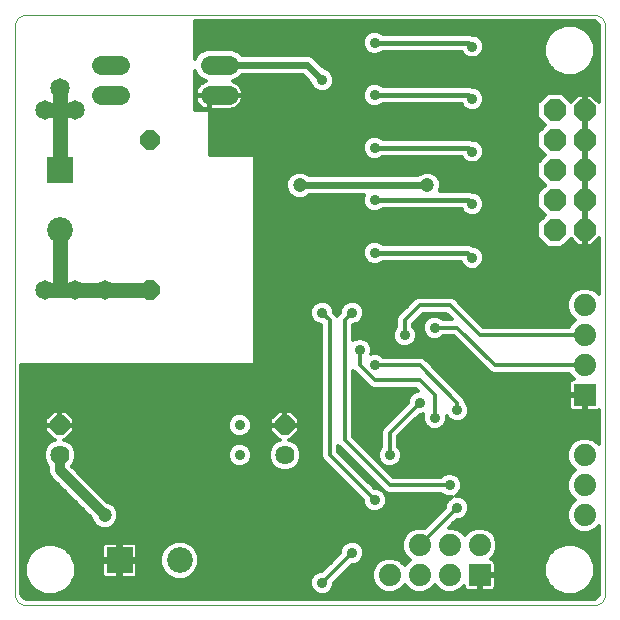
<source format=gbl>
G75*
G70*
%OFA0B0*%
%FSLAX24Y24*%
%IPPOS*%
%LPD*%
%AMOC8*
5,1,8,0,0,1.08239X$1,22.5*
%
%ADD10C,0.0000*%
%ADD11R,0.0740X0.0740*%
%ADD12C,0.0740*%
%ADD13C,0.0640*%
%ADD14R,0.0860X0.0860*%
%ADD15C,0.0860*%
%ADD16OC8,0.0640*%
%ADD17OC8,0.0720*%
%ADD18C,0.0640*%
%ADD19C,0.0120*%
%ADD20C,0.0356*%
%ADD21C,0.0160*%
%ADD22C,0.0650*%
%ADD23C,0.0500*%
%ADD24C,0.0472*%
%ADD25C,0.0320*%
%ADD26C,0.0240*%
D10*
X000160Y000554D02*
X000160Y019451D01*
X000162Y019490D01*
X000168Y019528D01*
X000177Y019565D01*
X000190Y019602D01*
X000207Y019637D01*
X000226Y019670D01*
X000249Y019701D01*
X000275Y019730D01*
X000304Y019756D01*
X000335Y019779D01*
X000368Y019798D01*
X000403Y019815D01*
X000440Y019828D01*
X000477Y019837D01*
X000515Y019843D01*
X000554Y019845D01*
X019451Y019845D01*
X019490Y019843D01*
X019528Y019837D01*
X019565Y019828D01*
X019602Y019815D01*
X019637Y019798D01*
X019670Y019779D01*
X019701Y019756D01*
X019730Y019730D01*
X019756Y019701D01*
X019779Y019670D01*
X019798Y019637D01*
X019815Y019602D01*
X019828Y019565D01*
X019837Y019528D01*
X019843Y019490D01*
X019845Y019451D01*
X019845Y000554D01*
X019843Y000515D01*
X019837Y000477D01*
X019828Y000440D01*
X019815Y000403D01*
X019798Y000368D01*
X019779Y000335D01*
X019756Y000304D01*
X019730Y000275D01*
X019701Y000249D01*
X019670Y000226D01*
X019637Y000207D01*
X019602Y000190D01*
X019565Y000177D01*
X019528Y000168D01*
X019490Y000162D01*
X019451Y000160D01*
X000554Y000160D01*
X000515Y000162D01*
X000477Y000168D01*
X000440Y000177D01*
X000403Y000190D01*
X000368Y000207D01*
X000335Y000226D01*
X000304Y000249D01*
X000275Y000275D01*
X000249Y000304D01*
X000226Y000335D01*
X000207Y000368D01*
X000190Y000403D01*
X000177Y000440D01*
X000168Y000477D01*
X000162Y000515D01*
X000160Y000554D01*
D11*
X015660Y001160D03*
X019160Y007160D03*
D12*
X019160Y008160D03*
X019160Y009160D03*
X019160Y010160D03*
X019160Y005160D03*
X019160Y004160D03*
X019160Y003160D03*
X015660Y002160D03*
X014660Y002160D03*
X014660Y001160D03*
X013660Y001160D03*
X013660Y002160D03*
X012660Y001160D03*
D13*
X007300Y017160D02*
X006660Y017160D01*
X006660Y018160D02*
X007300Y018160D01*
X003660Y018160D02*
X003020Y018160D01*
X003020Y017160D02*
X003660Y017160D01*
D14*
X001660Y014660D03*
X003660Y001660D03*
D15*
X005660Y001660D03*
X001660Y012660D03*
D16*
X004660Y010660D03*
X001660Y006160D03*
X009160Y006160D03*
X004660Y015660D03*
D17*
X018160Y015660D03*
X018160Y014660D03*
X018160Y013660D03*
X018160Y012660D03*
X019160Y012660D03*
X019160Y013660D03*
X019160Y014660D03*
X019160Y015660D03*
X019160Y016660D03*
X018160Y016660D03*
D18*
X009160Y005160D03*
X001660Y005160D03*
D19*
X001280Y004776D02*
X001280Y004584D01*
X001338Y004445D01*
X001445Y004338D01*
X002704Y003079D01*
X002704Y003069D01*
X002773Y002902D01*
X002902Y002773D01*
X003069Y002704D01*
X003251Y002704D01*
X003418Y002773D01*
X003547Y002902D01*
X003616Y003069D01*
X003616Y003251D01*
X003547Y003418D01*
X003418Y003547D01*
X003251Y003616D01*
X003241Y003616D01*
X002061Y004797D01*
X002118Y004854D01*
X002200Y005053D01*
X002200Y005267D01*
X002118Y005466D01*
X001966Y005618D01*
X001816Y005680D01*
X001859Y005680D01*
X002140Y005961D01*
X002140Y006140D01*
X001680Y006140D01*
X001680Y006180D01*
X001640Y006180D01*
X001640Y006640D01*
X001461Y006640D01*
X001180Y006359D01*
X001180Y006180D01*
X001640Y006180D01*
X001640Y006140D01*
X001180Y006140D01*
X001180Y005961D01*
X001461Y005680D01*
X001504Y005680D01*
X001354Y005618D01*
X001202Y005466D01*
X001120Y005267D01*
X001120Y005053D01*
X001202Y004854D01*
X001280Y004776D01*
X001275Y004782D02*
X000380Y004782D01*
X000380Y004900D02*
X001183Y004900D01*
X001134Y005019D02*
X000380Y005019D01*
X000380Y005137D02*
X001120Y005137D01*
X001120Y005256D02*
X000380Y005256D01*
X000380Y005374D02*
X001164Y005374D01*
X001229Y005493D02*
X000380Y005493D01*
X000380Y005611D02*
X001347Y005611D01*
X001412Y005730D02*
X000380Y005730D01*
X000380Y005848D02*
X001293Y005848D01*
X001180Y005967D02*
X000380Y005967D01*
X000380Y006085D02*
X001180Y006085D01*
X001180Y006204D02*
X000380Y006204D01*
X000380Y006322D02*
X001180Y006322D01*
X001262Y006441D02*
X000380Y006441D01*
X000380Y006559D02*
X001380Y006559D01*
X001640Y006559D02*
X001680Y006559D01*
X001680Y006640D02*
X001680Y006180D01*
X002140Y006180D01*
X002140Y006359D01*
X001859Y006640D01*
X001680Y006640D01*
X001680Y006441D02*
X001640Y006441D01*
X001640Y006322D02*
X001680Y006322D01*
X001680Y006204D02*
X001640Y006204D01*
X001940Y006559D02*
X008880Y006559D01*
X008961Y006640D02*
X008680Y006359D01*
X008680Y006180D01*
X009140Y006180D01*
X009140Y006640D01*
X008961Y006640D01*
X009140Y006559D02*
X009180Y006559D01*
X009180Y006640D02*
X009180Y006180D01*
X009140Y006180D01*
X009140Y006140D01*
X008680Y006140D01*
X008680Y005961D01*
X008961Y005680D01*
X009004Y005680D01*
X008854Y005618D01*
X008702Y005466D01*
X008620Y005267D01*
X008620Y005053D01*
X008702Y004854D01*
X008854Y004702D01*
X009053Y004620D01*
X009267Y004620D01*
X009466Y004702D01*
X009618Y004854D01*
X009700Y005053D01*
X009700Y005267D01*
X009618Y005466D01*
X009466Y005618D01*
X009316Y005680D01*
X009359Y005680D01*
X009640Y005961D01*
X009640Y006140D01*
X009180Y006140D01*
X009180Y006180D01*
X009640Y006180D01*
X009640Y006359D01*
X009359Y006640D01*
X009180Y006640D01*
X009180Y006441D02*
X009140Y006441D01*
X009140Y006322D02*
X009180Y006322D01*
X009180Y006204D02*
X009140Y006204D01*
X008762Y006441D02*
X007942Y006441D01*
X007998Y006386D02*
X007886Y006498D01*
X007739Y006558D01*
X007581Y006558D01*
X007434Y006498D01*
X007322Y006386D01*
X007262Y006239D01*
X007262Y006081D01*
X007322Y005934D01*
X007434Y005822D01*
X007581Y005762D01*
X007739Y005762D01*
X007886Y005822D01*
X007998Y005934D01*
X008058Y006081D01*
X008058Y006239D01*
X007998Y006386D01*
X008024Y006322D02*
X008680Y006322D01*
X008680Y006204D02*
X008058Y006204D01*
X008058Y006085D02*
X008680Y006085D01*
X008680Y005967D02*
X008011Y005967D01*
X007911Y005848D02*
X008793Y005848D01*
X008912Y005730D02*
X001908Y005730D01*
X001973Y005611D02*
X008847Y005611D01*
X008729Y005493D02*
X007890Y005493D01*
X007886Y005498D02*
X007739Y005558D01*
X007581Y005558D01*
X007434Y005498D01*
X007322Y005386D01*
X007262Y005239D01*
X007262Y005081D01*
X007322Y004934D01*
X007434Y004822D01*
X007581Y004762D01*
X007739Y004762D01*
X007886Y004822D01*
X007998Y004934D01*
X008058Y005081D01*
X008058Y005239D01*
X007998Y005386D01*
X007886Y005498D01*
X008002Y005374D02*
X008664Y005374D01*
X008620Y005256D02*
X008051Y005256D01*
X008058Y005137D02*
X008620Y005137D01*
X008634Y005019D02*
X008032Y005019D01*
X007963Y004900D02*
X008683Y004900D01*
X008775Y004782D02*
X007787Y004782D01*
X007533Y004782D02*
X002076Y004782D01*
X002137Y004900D02*
X007357Y004900D01*
X007288Y005019D02*
X002186Y005019D01*
X002200Y005137D02*
X007262Y005137D01*
X007269Y005256D02*
X002200Y005256D01*
X002156Y005374D02*
X007318Y005374D01*
X007429Y005493D02*
X002091Y005493D01*
X002027Y005848D02*
X007409Y005848D01*
X007309Y005967D02*
X002140Y005967D01*
X002140Y006085D02*
X007262Y006085D01*
X007262Y006204D02*
X002140Y006204D01*
X002140Y006322D02*
X007296Y006322D01*
X007378Y006441D02*
X002058Y006441D01*
X000380Y006678D02*
X010380Y006678D01*
X010380Y006796D02*
X000380Y006796D01*
X000380Y006915D02*
X010380Y006915D01*
X010380Y007033D02*
X000380Y007033D01*
X000380Y007152D02*
X010380Y007152D01*
X010380Y007270D02*
X000380Y007270D01*
X000380Y007389D02*
X010380Y007389D01*
X010380Y007507D02*
X000380Y007507D01*
X000380Y007626D02*
X010380Y007626D01*
X010380Y007744D02*
X000380Y007744D01*
X000380Y007863D02*
X010380Y007863D01*
X010380Y007981D02*
X000380Y007981D01*
X000380Y008100D02*
X010380Y008100D01*
X010380Y008218D02*
X008160Y008218D01*
X008160Y008160D02*
X008160Y015160D01*
X006660Y015160D01*
X006660Y016660D01*
X006160Y016660D01*
X006160Y017956D01*
X006202Y017854D01*
X006354Y017702D01*
X006539Y017625D01*
X006476Y017605D01*
X006408Y017571D01*
X006347Y017526D01*
X006294Y017473D01*
X006249Y017412D01*
X006215Y017344D01*
X006192Y017272D01*
X006180Y017198D01*
X006180Y017180D01*
X006640Y017180D01*
X006640Y017140D01*
X006680Y017140D01*
X006680Y017180D01*
X007780Y017180D01*
X007780Y017198D01*
X007768Y017272D01*
X007745Y017344D01*
X007711Y017412D01*
X007666Y017473D01*
X007613Y017526D01*
X007552Y017571D01*
X007484Y017605D01*
X007421Y017625D01*
X007606Y017702D01*
X007724Y017820D01*
X009769Y017820D01*
X010014Y017575D01*
X010072Y017434D01*
X010184Y017322D01*
X010331Y017262D01*
X010489Y017262D01*
X010636Y017322D01*
X010748Y017434D01*
X010808Y017581D01*
X010808Y017739D01*
X010748Y017886D01*
X010636Y017998D01*
X010495Y018056D01*
X010103Y018448D01*
X009978Y018500D01*
X007724Y018500D01*
X007606Y018618D01*
X007407Y018700D01*
X006553Y018700D01*
X006354Y018618D01*
X006202Y018466D01*
X006160Y018364D01*
X006160Y019625D01*
X019451Y019625D01*
X019485Y019622D01*
X019548Y019596D01*
X019596Y019548D01*
X019622Y019485D01*
X019625Y019451D01*
X019625Y016930D01*
X019375Y017180D01*
X019200Y017180D01*
X019200Y016700D01*
X019120Y016700D01*
X019120Y017180D01*
X018945Y017180D01*
X018702Y016938D01*
X018400Y017240D01*
X017920Y017240D01*
X017580Y016900D01*
X017580Y016420D01*
X017840Y016160D01*
X017580Y015900D01*
X017580Y015420D01*
X017840Y015160D01*
X017580Y014900D01*
X017580Y014420D01*
X017840Y014160D01*
X017580Y013900D01*
X017580Y013420D01*
X017840Y013160D01*
X017580Y012900D01*
X017580Y012420D01*
X017920Y012080D01*
X018400Y012080D01*
X018702Y012382D01*
X018945Y012140D01*
X019120Y012140D01*
X019120Y012620D01*
X019200Y012620D01*
X019200Y012140D01*
X019375Y012140D01*
X019625Y012390D01*
X019625Y010529D01*
X019494Y010660D01*
X019277Y010750D01*
X019043Y010750D01*
X018826Y010660D01*
X018660Y010494D01*
X018570Y010277D01*
X018570Y010043D01*
X018660Y009826D01*
X018826Y009660D01*
X018660Y009494D01*
X018637Y009440D01*
X015776Y009440D01*
X014819Y010397D01*
X014716Y010440D01*
X013604Y010440D01*
X013501Y010397D01*
X013423Y010319D01*
X012923Y009819D01*
X012880Y009716D01*
X012880Y009443D01*
X012822Y009386D01*
X012762Y009239D01*
X012762Y009081D01*
X012822Y008934D01*
X012934Y008822D01*
X013081Y008762D01*
X013239Y008762D01*
X013386Y008822D01*
X013498Y008934D01*
X013558Y009081D01*
X013558Y009239D01*
X013498Y009386D01*
X013440Y009443D01*
X013440Y009544D01*
X013776Y009880D01*
X014544Y009880D01*
X014734Y009690D01*
X014443Y009690D01*
X014386Y009748D01*
X014239Y009808D01*
X014081Y009808D01*
X013934Y009748D01*
X013822Y009636D01*
X013762Y009489D01*
X013762Y009331D01*
X013822Y009184D01*
X013934Y009072D01*
X014081Y009012D01*
X014239Y009012D01*
X014386Y009072D01*
X014443Y009130D01*
X014794Y009130D01*
X015923Y008001D01*
X016001Y007923D01*
X016104Y007880D01*
X018637Y007880D01*
X018660Y007826D01*
X018796Y007690D01*
X018769Y007690D01*
X018728Y007679D01*
X018692Y007658D01*
X018662Y007628D01*
X018641Y007592D01*
X018630Y007551D01*
X018630Y007200D01*
X019120Y007200D01*
X019120Y007120D01*
X019200Y007120D01*
X019200Y006630D01*
X019551Y006630D01*
X019592Y006641D01*
X019625Y006660D01*
X019625Y005529D01*
X019494Y005660D01*
X019277Y005750D01*
X019043Y005750D01*
X018826Y005660D01*
X018660Y005494D01*
X018570Y005277D01*
X018570Y005043D01*
X018660Y004826D01*
X018826Y004660D01*
X018660Y004494D01*
X018570Y004277D01*
X018570Y004043D01*
X018660Y003826D01*
X018826Y003660D01*
X018660Y003494D01*
X018570Y003277D01*
X018570Y003043D01*
X018660Y002826D01*
X018826Y002660D01*
X019043Y002570D01*
X019277Y002570D01*
X019494Y002660D01*
X019625Y002791D01*
X019625Y000554D01*
X019622Y000520D01*
X019596Y000457D01*
X019548Y000409D01*
X019485Y000383D01*
X019451Y000380D01*
X000554Y000380D01*
X000520Y000383D01*
X000457Y000409D01*
X000409Y000457D01*
X000383Y000520D01*
X000380Y000554D01*
X000380Y008160D01*
X008160Y008160D01*
X008160Y008337D02*
X010380Y008337D01*
X010380Y008455D02*
X008160Y008455D01*
X008160Y008574D02*
X010380Y008574D01*
X010380Y008692D02*
X008160Y008692D01*
X008160Y008811D02*
X010380Y008811D01*
X010380Y008929D02*
X008160Y008929D01*
X008160Y009048D02*
X010380Y009048D01*
X010380Y009166D02*
X008160Y009166D01*
X008160Y009285D02*
X010380Y009285D01*
X010380Y009403D02*
X008160Y009403D01*
X008160Y009522D02*
X010308Y009522D01*
X010331Y009512D02*
X010380Y009512D01*
X010380Y005104D01*
X010423Y005001D01*
X010501Y004923D01*
X011762Y003662D01*
X011762Y003581D01*
X011822Y003434D01*
X011934Y003322D01*
X012081Y003262D01*
X012239Y003262D01*
X012386Y003322D01*
X012498Y003434D01*
X012558Y003581D01*
X012558Y003739D01*
X012498Y003886D01*
X012386Y003998D01*
X012239Y004058D01*
X012158Y004058D01*
X010940Y005276D01*
X010940Y005484D01*
X011001Y005423D01*
X012501Y003923D01*
X012604Y003880D01*
X014377Y003880D01*
X014434Y003822D01*
X014581Y003762D01*
X014719Y003762D01*
X014684Y003748D01*
X014572Y003636D01*
X014512Y003489D01*
X014512Y003408D01*
X013832Y002728D01*
X013777Y002750D01*
X013543Y002750D01*
X013326Y002660D01*
X013160Y002494D01*
X013070Y002277D01*
X013070Y002043D01*
X013160Y001826D01*
X013326Y001660D01*
X013160Y001494D01*
X012994Y001660D01*
X012777Y001750D01*
X012543Y001750D01*
X012326Y001660D01*
X012160Y001494D01*
X012070Y001277D01*
X012070Y001043D01*
X012160Y000826D01*
X012326Y000660D01*
X012543Y000570D01*
X012777Y000570D01*
X012994Y000660D01*
X013160Y000826D01*
X013326Y000660D01*
X013543Y000570D01*
X013777Y000570D01*
X013994Y000660D01*
X014160Y000826D01*
X014326Y000660D01*
X014543Y000570D01*
X014777Y000570D01*
X014994Y000660D01*
X015130Y000796D01*
X015130Y000769D01*
X015141Y000728D01*
X015162Y000692D01*
X015192Y000662D01*
X015228Y000641D01*
X015269Y000630D01*
X015620Y000630D01*
X015620Y001120D01*
X015700Y001120D01*
X015700Y001200D01*
X016190Y001200D01*
X016190Y001551D01*
X016179Y001592D01*
X016158Y001628D01*
X016128Y001658D01*
X016092Y001679D01*
X016051Y001690D01*
X016024Y001690D01*
X016160Y001826D01*
X016250Y002043D01*
X016250Y002277D01*
X016160Y002494D01*
X015994Y002660D01*
X015777Y002750D01*
X015543Y002750D01*
X015326Y002660D01*
X015160Y002494D01*
X014994Y002660D01*
X014777Y002750D01*
X014646Y002750D01*
X014908Y003012D01*
X014989Y003012D01*
X015136Y003072D01*
X015248Y003184D01*
X015308Y003331D01*
X015308Y003489D01*
X015248Y003636D01*
X015136Y003748D01*
X014989Y003808D01*
X014851Y003808D01*
X014886Y003822D01*
X014998Y003934D01*
X015058Y004081D01*
X015058Y004239D01*
X014998Y004386D01*
X014886Y004498D01*
X014739Y004558D01*
X014581Y004558D01*
X014434Y004498D01*
X014377Y004440D01*
X012776Y004440D01*
X011440Y005776D01*
X011440Y007984D01*
X011501Y007923D01*
X012001Y007423D01*
X012104Y007380D01*
X013544Y007380D01*
X013616Y007308D01*
X013581Y007308D01*
X013434Y007248D01*
X013322Y007136D01*
X013262Y006989D01*
X013262Y006908D01*
X012501Y006147D01*
X012423Y006069D01*
X012380Y005966D01*
X012380Y005443D01*
X012322Y005386D01*
X012262Y005239D01*
X012262Y005081D01*
X012322Y004934D01*
X012434Y004822D01*
X012581Y004762D01*
X012739Y004762D01*
X012886Y004822D01*
X012998Y004934D01*
X013058Y005081D01*
X013058Y005239D01*
X012998Y005386D01*
X012940Y005443D01*
X012940Y005794D01*
X013658Y006512D01*
X013739Y006512D01*
X013778Y006528D01*
X013762Y006489D01*
X013762Y006331D01*
X013822Y006184D01*
X013934Y006072D01*
X014081Y006012D01*
X014239Y006012D01*
X014386Y006072D01*
X014498Y006184D01*
X014558Y006331D01*
X014558Y006469D01*
X014572Y006434D01*
X014684Y006322D01*
X014831Y006262D01*
X014989Y006262D01*
X015136Y006322D01*
X015248Y006434D01*
X015308Y006581D01*
X015308Y006739D01*
X015248Y006886D01*
X015190Y006943D01*
X015190Y006966D01*
X015147Y007069D01*
X013897Y008319D01*
X013819Y008397D01*
X013716Y008440D01*
X012443Y008440D01*
X012386Y008498D01*
X012239Y008558D01*
X012081Y008558D01*
X012042Y008542D01*
X012058Y008581D01*
X012058Y008739D01*
X011998Y008886D01*
X011886Y008998D01*
X011739Y009058D01*
X011581Y009058D01*
X011440Y009000D01*
X011440Y009512D01*
X011489Y009512D01*
X011636Y009572D01*
X011748Y009684D01*
X011808Y009831D01*
X011808Y009989D01*
X011748Y010136D01*
X011636Y010248D01*
X011489Y010308D01*
X011331Y010308D01*
X011184Y010248D01*
X011072Y010136D01*
X011012Y009989D01*
X011012Y009908D01*
X010923Y009819D01*
X010910Y009788D01*
X010897Y009819D01*
X010808Y009908D01*
X010808Y009989D01*
X010748Y010136D01*
X010636Y010248D01*
X010489Y010308D01*
X010331Y010308D01*
X010184Y010248D01*
X010072Y010136D01*
X010012Y009989D01*
X010012Y009831D01*
X010072Y009684D01*
X010184Y009572D01*
X010331Y009512D01*
X010117Y009640D02*
X008160Y009640D01*
X008160Y009759D02*
X010042Y009759D01*
X010012Y009877D02*
X008160Y009877D01*
X008160Y009996D02*
X010015Y009996D01*
X010064Y010114D02*
X008160Y010114D01*
X008160Y010233D02*
X010170Y010233D01*
X010410Y009910D02*
X010660Y009660D01*
X010660Y005160D01*
X012160Y003660D01*
X011804Y003478D02*
X003487Y003478D01*
X003571Y003360D02*
X011897Y003360D01*
X011762Y003597D02*
X003298Y003597D01*
X003142Y003715D02*
X011709Y003715D01*
X011591Y003834D02*
X003024Y003834D01*
X002905Y003952D02*
X011472Y003952D01*
X011354Y004071D02*
X002787Y004071D01*
X002668Y004189D02*
X011235Y004189D01*
X011117Y004308D02*
X002550Y004308D01*
X002431Y004426D02*
X010998Y004426D01*
X010880Y004545D02*
X002313Y004545D01*
X002194Y004663D02*
X008949Y004663D01*
X009371Y004663D02*
X010761Y004663D01*
X010643Y004782D02*
X009545Y004782D01*
X009637Y004900D02*
X010524Y004900D01*
X010416Y005019D02*
X009686Y005019D01*
X009700Y005137D02*
X010380Y005137D01*
X010380Y005256D02*
X009700Y005256D01*
X009656Y005374D02*
X010380Y005374D01*
X010380Y005493D02*
X009591Y005493D01*
X009473Y005611D02*
X010380Y005611D01*
X010380Y005730D02*
X009408Y005730D01*
X009527Y005848D02*
X010380Y005848D01*
X010380Y005967D02*
X009640Y005967D01*
X009640Y006085D02*
X010380Y006085D01*
X010380Y006204D02*
X009640Y006204D01*
X009640Y006322D02*
X010380Y006322D01*
X010380Y006441D02*
X009558Y006441D01*
X009440Y006559D02*
X010380Y006559D01*
X011160Y005660D02*
X011160Y009660D01*
X011410Y009910D01*
X011778Y009759D02*
X012898Y009759D01*
X012880Y009640D02*
X011703Y009640D01*
X011512Y009522D02*
X012880Y009522D01*
X012840Y009403D02*
X011440Y009403D01*
X011440Y009285D02*
X012781Y009285D01*
X012762Y009166D02*
X011440Y009166D01*
X011440Y009048D02*
X011555Y009048D01*
X011765Y009048D02*
X012776Y009048D01*
X012828Y008929D02*
X011954Y008929D01*
X012029Y008811D02*
X012963Y008811D01*
X013357Y008811D02*
X015114Y008811D01*
X015232Y008692D02*
X012058Y008692D01*
X012055Y008574D02*
X015351Y008574D01*
X015469Y008455D02*
X012428Y008455D01*
X012160Y008160D02*
X013660Y008160D01*
X014910Y006910D01*
X014910Y006660D01*
X015162Y007033D02*
X018630Y007033D01*
X018630Y007120D02*
X018630Y006769D01*
X018641Y006728D01*
X018662Y006692D01*
X018692Y006662D01*
X018728Y006641D01*
X018769Y006630D01*
X019120Y006630D01*
X019120Y007120D01*
X018630Y007120D01*
X018630Y007270D02*
X014946Y007270D01*
X015064Y007152D02*
X019120Y007152D01*
X019120Y007033D02*
X019200Y007033D01*
X019200Y006915D02*
X019120Y006915D01*
X019120Y006796D02*
X019200Y006796D01*
X019200Y006678D02*
X019120Y006678D01*
X018676Y006678D02*
X015308Y006678D01*
X015299Y006559D02*
X019625Y006559D01*
X019625Y006441D02*
X015250Y006441D01*
X015134Y006322D02*
X019625Y006322D01*
X019625Y006204D02*
X014505Y006204D01*
X014554Y006322D02*
X014686Y006322D01*
X014570Y006441D02*
X014558Y006441D01*
X014398Y006085D02*
X019625Y006085D01*
X019625Y005967D02*
X013112Y005967D01*
X012994Y005848D02*
X019625Y005848D01*
X019625Y005730D02*
X019327Y005730D01*
X019543Y005611D02*
X019625Y005611D01*
X018993Y005730D02*
X012940Y005730D01*
X012940Y005611D02*
X018777Y005611D01*
X018659Y005493D02*
X012940Y005493D01*
X013002Y005374D02*
X018610Y005374D01*
X018570Y005256D02*
X013051Y005256D01*
X013058Y005137D02*
X018570Y005137D01*
X018580Y005019D02*
X013032Y005019D01*
X012963Y004900D02*
X018629Y004900D01*
X018704Y004782D02*
X012787Y004782D01*
X012533Y004782D02*
X012434Y004782D01*
X012357Y004900D02*
X012316Y004900D01*
X012288Y005019D02*
X012197Y005019D01*
X012262Y005137D02*
X012079Y005137D01*
X011960Y005256D02*
X012269Y005256D01*
X012318Y005374D02*
X011842Y005374D01*
X011723Y005493D02*
X012380Y005493D01*
X012380Y005611D02*
X011605Y005611D01*
X011486Y005730D02*
X012380Y005730D01*
X012380Y005848D02*
X011440Y005848D01*
X011440Y005967D02*
X012380Y005967D01*
X012439Y006085D02*
X011440Y006085D01*
X011440Y006204D02*
X012558Y006204D01*
X012676Y006322D02*
X011440Y006322D01*
X011440Y006441D02*
X012795Y006441D01*
X012913Y006559D02*
X011440Y006559D01*
X011440Y006678D02*
X013032Y006678D01*
X013150Y006796D02*
X011440Y006796D01*
X011440Y006915D02*
X013262Y006915D01*
X013280Y007033D02*
X011440Y007033D01*
X011440Y007152D02*
X013339Y007152D01*
X013489Y007270D02*
X011440Y007270D01*
X011440Y007389D02*
X012084Y007389D01*
X011917Y007507D02*
X011440Y007507D01*
X011440Y007626D02*
X011799Y007626D01*
X011680Y007744D02*
X011440Y007744D01*
X011440Y007863D02*
X011562Y007863D01*
X011443Y007981D02*
X011440Y007981D01*
X011660Y008160D02*
X011660Y008660D01*
X011660Y008160D02*
X012160Y007660D01*
X013660Y007660D01*
X014160Y007160D01*
X014160Y006410D01*
X013815Y006204D02*
X013349Y006204D01*
X013231Y006085D02*
X013922Y006085D01*
X013766Y006322D02*
X013468Y006322D01*
X013586Y006441D02*
X013762Y006441D01*
X013660Y006910D02*
X012660Y005910D01*
X012660Y005160D01*
X012553Y004663D02*
X018823Y004663D01*
X018710Y004545D02*
X014772Y004545D01*
X014957Y004426D02*
X018632Y004426D01*
X018582Y004308D02*
X015030Y004308D01*
X015058Y004189D02*
X018570Y004189D01*
X018570Y004071D02*
X015054Y004071D01*
X015005Y003952D02*
X018608Y003952D01*
X018657Y003834D02*
X014897Y003834D01*
X014652Y003715D02*
X012558Y003715D01*
X012558Y003597D02*
X014556Y003597D01*
X014512Y003478D02*
X012516Y003478D01*
X012423Y003360D02*
X014464Y003360D01*
X014345Y003241D02*
X003616Y003241D01*
X003616Y003123D02*
X014227Y003123D01*
X014108Y003004D02*
X003589Y003004D01*
X003531Y002886D02*
X013990Y002886D01*
X013871Y002767D02*
X003403Y002767D01*
X003209Y002250D02*
X003168Y002239D01*
X003132Y002218D01*
X003102Y002188D01*
X003081Y002152D01*
X003070Y002111D01*
X003070Y001708D01*
X003612Y001708D01*
X003612Y002250D01*
X003209Y002250D01*
X003094Y002175D02*
X001550Y002175D01*
X001510Y002191D02*
X001172Y002191D01*
X000860Y002062D01*
X000621Y001823D01*
X000491Y001510D01*
X000491Y001172D01*
X000621Y000860D01*
X000860Y000621D01*
X001172Y000491D01*
X001510Y000491D01*
X001823Y000621D01*
X002062Y000860D01*
X002191Y001172D01*
X002191Y001510D01*
X002062Y001823D01*
X001823Y002062D01*
X001510Y002191D01*
X001828Y002056D02*
X003070Y002056D01*
X003070Y001938D02*
X001947Y001938D01*
X002063Y001819D02*
X003070Y001819D01*
X003070Y001612D02*
X003070Y001209D01*
X003081Y001168D01*
X003102Y001132D01*
X003132Y001102D01*
X003168Y001081D01*
X003209Y001070D01*
X003612Y001070D01*
X003612Y001612D01*
X003708Y001612D01*
X003708Y001708D01*
X003612Y001708D01*
X003612Y001612D01*
X003070Y001612D01*
X003070Y001582D02*
X002161Y001582D01*
X002191Y001464D02*
X003070Y001464D01*
X003070Y001345D02*
X002191Y001345D01*
X002191Y001227D02*
X003070Y001227D01*
X003126Y001108D02*
X002164Y001108D01*
X002115Y000990D02*
X010012Y000990D01*
X010012Y000989D02*
X010012Y000831D01*
X010072Y000684D01*
X010184Y000572D01*
X010331Y000512D01*
X010489Y000512D01*
X010636Y000572D01*
X010748Y000684D01*
X010808Y000831D01*
X010808Y000912D01*
X011408Y001512D01*
X011489Y001512D01*
X011636Y001572D01*
X011748Y001684D01*
X011808Y001831D01*
X011808Y001989D01*
X011748Y002136D01*
X011636Y002248D01*
X011489Y002308D01*
X011331Y002308D01*
X011184Y002248D01*
X011072Y002136D01*
X011012Y001989D01*
X011012Y001908D01*
X010412Y001308D01*
X010331Y001308D01*
X010184Y001248D01*
X010072Y001136D01*
X010012Y000989D01*
X010012Y000871D02*
X002066Y000871D01*
X001954Y000753D02*
X010044Y000753D01*
X010123Y000634D02*
X001836Y000634D01*
X001569Y000516D02*
X010322Y000516D01*
X010498Y000516D02*
X018436Y000516D01*
X018495Y000491D02*
X018833Y000491D01*
X019145Y000621D01*
X019384Y000860D01*
X019514Y001172D01*
X019514Y001510D01*
X019384Y001823D01*
X019145Y002062D01*
X018833Y002191D01*
X018495Y002191D01*
X018182Y002062D01*
X017943Y001823D01*
X017814Y001510D01*
X017814Y001172D01*
X017943Y000860D01*
X018182Y000621D01*
X018495Y000491D01*
X018169Y000634D02*
X016066Y000634D01*
X016051Y000630D02*
X016092Y000641D01*
X016128Y000662D01*
X016158Y000692D01*
X016179Y000728D01*
X016190Y000769D01*
X016190Y001120D01*
X015700Y001120D01*
X015700Y000630D01*
X016051Y000630D01*
X016186Y000753D02*
X018051Y000753D01*
X017939Y000871D02*
X016190Y000871D01*
X016190Y000990D02*
X017890Y000990D01*
X017841Y001108D02*
X016190Y001108D01*
X016190Y001227D02*
X017814Y001227D01*
X017814Y001345D02*
X016190Y001345D01*
X016190Y001464D02*
X017814Y001464D01*
X017844Y001582D02*
X016182Y001582D01*
X016035Y001701D02*
X017893Y001701D01*
X017942Y001819D02*
X016153Y001819D01*
X016206Y001938D02*
X018058Y001938D01*
X018177Y002056D02*
X016250Y002056D01*
X016250Y002175D02*
X018455Y002175D01*
X018873Y002175D02*
X019625Y002175D01*
X019625Y002293D02*
X016244Y002293D01*
X016194Y002412D02*
X019625Y002412D01*
X019625Y002530D02*
X016124Y002530D01*
X016006Y002649D02*
X018853Y002649D01*
X018719Y002767D02*
X014663Y002767D01*
X014781Y002886D02*
X018635Y002886D01*
X018586Y003004D02*
X014900Y003004D01*
X015186Y003123D02*
X018570Y003123D01*
X018570Y003241D02*
X015271Y003241D01*
X015308Y003360D02*
X018604Y003360D01*
X018653Y003478D02*
X015308Y003478D01*
X015264Y003597D02*
X018762Y003597D01*
X018771Y003715D02*
X015168Y003715D01*
X014910Y003410D02*
X013660Y002160D01*
X013285Y001701D02*
X012897Y001701D01*
X013072Y001582D02*
X013248Y001582D01*
X013167Y001819D02*
X011803Y001819D01*
X011808Y001938D02*
X013114Y001938D01*
X013070Y002056D02*
X011780Y002056D01*
X011709Y002175D02*
X013070Y002175D01*
X013076Y002293D02*
X011526Y002293D01*
X011294Y002293D02*
X005830Y002293D01*
X005789Y002310D02*
X005531Y002310D01*
X005292Y002211D01*
X005109Y002028D01*
X005010Y001789D01*
X005010Y001531D01*
X005109Y001292D01*
X005292Y001109D01*
X005531Y001010D01*
X005789Y001010D01*
X006028Y001109D01*
X006211Y001292D01*
X006310Y001531D01*
X006310Y001789D01*
X006211Y002028D01*
X006028Y002211D01*
X005789Y002310D01*
X005490Y002293D02*
X000380Y002293D01*
X000380Y002175D02*
X001132Y002175D01*
X000854Y002056D02*
X000380Y002056D01*
X000380Y001938D02*
X000736Y001938D01*
X000619Y001819D02*
X000380Y001819D01*
X000380Y001701D02*
X000570Y001701D01*
X000521Y001582D02*
X000380Y001582D01*
X000380Y001464D02*
X000491Y001464D01*
X000491Y001345D02*
X000380Y001345D01*
X000380Y001227D02*
X000491Y001227D01*
X000518Y001108D02*
X000380Y001108D01*
X000380Y000990D02*
X000567Y000990D01*
X000616Y000871D02*
X000380Y000871D01*
X000380Y000753D02*
X000728Y000753D01*
X000846Y000634D02*
X000380Y000634D01*
X000385Y000516D02*
X001113Y000516D01*
X000487Y000397D02*
X019518Y000397D01*
X019620Y000516D02*
X018892Y000516D01*
X019159Y000634D02*
X019625Y000634D01*
X019625Y000753D02*
X019277Y000753D01*
X019389Y000871D02*
X019625Y000871D01*
X019625Y000990D02*
X019438Y000990D01*
X019487Y001108D02*
X019625Y001108D01*
X019625Y001227D02*
X019514Y001227D01*
X019514Y001345D02*
X019625Y001345D01*
X019625Y001464D02*
X019514Y001464D01*
X019484Y001582D02*
X019625Y001582D01*
X019625Y001701D02*
X019435Y001701D01*
X019386Y001819D02*
X019625Y001819D01*
X019625Y001938D02*
X019270Y001938D01*
X019151Y002056D02*
X019625Y002056D01*
X019625Y002649D02*
X019467Y002649D01*
X019601Y002767D02*
X019625Y002767D01*
X018630Y006796D02*
X015285Y006796D01*
X015218Y006915D02*
X018630Y006915D01*
X018630Y007389D02*
X014827Y007389D01*
X014709Y007507D02*
X018630Y007507D01*
X018660Y007626D02*
X014590Y007626D01*
X014472Y007744D02*
X018742Y007744D01*
X018645Y007863D02*
X014353Y007863D01*
X014235Y007981D02*
X015943Y007981D01*
X015825Y008100D02*
X014116Y008100D01*
X013998Y008218D02*
X015706Y008218D01*
X015588Y008337D02*
X013879Y008337D01*
X013492Y008929D02*
X014995Y008929D01*
X014877Y009048D02*
X014325Y009048D01*
X014160Y009410D02*
X014910Y009410D01*
X016160Y008160D01*
X019160Y008160D01*
X019160Y009160D02*
X015660Y009160D01*
X014660Y010160D01*
X013660Y010160D01*
X013160Y009660D01*
X013160Y009160D01*
X013558Y009166D02*
X013841Y009166D01*
X013781Y009285D02*
X013539Y009285D01*
X013480Y009403D02*
X013762Y009403D01*
X013775Y009522D02*
X013440Y009522D01*
X013536Y009640D02*
X013827Y009640D01*
X013961Y009759D02*
X013654Y009759D01*
X013773Y009877D02*
X014547Y009877D01*
X014665Y009759D02*
X014359Y009759D01*
X014865Y010351D02*
X018601Y010351D01*
X018570Y010233D02*
X014983Y010233D01*
X015102Y010114D02*
X018570Y010114D01*
X018590Y009996D02*
X015220Y009996D01*
X015339Y009877D02*
X018639Y009877D01*
X018727Y009759D02*
X015457Y009759D01*
X015576Y009640D02*
X018806Y009640D01*
X018687Y009522D02*
X015694Y009522D01*
X013995Y009048D02*
X013544Y009048D01*
X012981Y009877D02*
X011808Y009877D01*
X011805Y009996D02*
X013100Y009996D01*
X013218Y010114D02*
X011756Y010114D01*
X011650Y010233D02*
X013337Y010233D01*
X013455Y010351D02*
X008160Y010351D01*
X008160Y010470D02*
X018650Y010470D01*
X018754Y010588D02*
X008160Y010588D01*
X008160Y010707D02*
X018938Y010707D01*
X019382Y010707D02*
X019625Y010707D01*
X019625Y010825D02*
X008160Y010825D01*
X008160Y010944D02*
X019625Y010944D01*
X019625Y011062D02*
X008160Y011062D01*
X008160Y011181D02*
X019625Y011181D01*
X019625Y011299D02*
X008160Y011299D01*
X008160Y011418D02*
X015174Y011418D01*
X015184Y011407D02*
X015331Y011347D01*
X015489Y011347D01*
X015636Y011407D01*
X015748Y011519D01*
X015808Y011665D01*
X015808Y011824D01*
X015748Y011970D01*
X015636Y012082D01*
X015489Y012143D01*
X015436Y012143D01*
X015415Y012164D01*
X015304Y012210D01*
X012423Y012210D01*
X012386Y012248D01*
X012239Y012308D01*
X012081Y012308D01*
X011934Y012248D01*
X011822Y012136D01*
X011762Y011989D01*
X011762Y011831D01*
X011822Y011684D01*
X011934Y011572D01*
X012081Y011512D01*
X012239Y011512D01*
X012386Y011572D01*
X012423Y011610D01*
X015035Y011610D01*
X015072Y011519D01*
X015184Y011407D01*
X015066Y011536D02*
X012297Y011536D01*
X012023Y011536D02*
X008160Y011536D01*
X008160Y011655D02*
X011852Y011655D01*
X011786Y011773D02*
X008160Y011773D01*
X008160Y011892D02*
X011762Y011892D01*
X011771Y012010D02*
X008160Y012010D01*
X008160Y012129D02*
X011820Y012129D01*
X011934Y012247D02*
X008160Y012247D01*
X008160Y012366D02*
X017634Y012366D01*
X017580Y012484D02*
X008160Y012484D01*
X008160Y012603D02*
X017580Y012603D01*
X017580Y012721D02*
X008160Y012721D01*
X008160Y012840D02*
X017580Y012840D01*
X017638Y012958D02*
X008160Y012958D01*
X008160Y013077D02*
X017756Y013077D01*
X017805Y013195D02*
X015632Y013195D01*
X015636Y013197D02*
X015748Y013309D01*
X015808Y013455D01*
X015808Y013613D01*
X015748Y013760D01*
X015636Y013872D01*
X015489Y013932D01*
X015411Y013932D01*
X015344Y013960D01*
X014321Y013960D01*
X014366Y014069D01*
X014366Y014251D01*
X014297Y014418D01*
X014168Y014547D01*
X014001Y014616D01*
X013819Y014616D01*
X013652Y014547D01*
X013605Y014500D01*
X009965Y014500D01*
X009918Y014547D01*
X009751Y014616D01*
X009569Y014616D01*
X009402Y014547D01*
X009273Y014418D01*
X009204Y014251D01*
X009204Y014069D01*
X009273Y013902D01*
X009402Y013773D01*
X009569Y013704D01*
X009751Y013704D01*
X009918Y013773D01*
X009965Y013820D01*
X011795Y013820D01*
X011762Y013739D01*
X011762Y013581D01*
X011822Y013434D01*
X011934Y013322D01*
X012081Y013262D01*
X012239Y013262D01*
X012386Y013322D01*
X012423Y013360D01*
X015051Y013360D01*
X015072Y013309D01*
X015184Y013197D01*
X015331Y013136D01*
X015489Y013136D01*
X015636Y013197D01*
X015750Y013314D02*
X017686Y013314D01*
X017580Y013432D02*
X015799Y013432D01*
X015808Y013551D02*
X017580Y013551D01*
X017580Y013669D02*
X015785Y013669D01*
X015719Y013788D02*
X017580Y013788D01*
X017586Y013906D02*
X015552Y013906D01*
X015070Y013314D02*
X012364Y013314D01*
X011956Y013314D02*
X008160Y013314D01*
X008160Y013432D02*
X011825Y013432D01*
X011774Y013551D02*
X008160Y013551D01*
X008160Y013669D02*
X011762Y013669D01*
X011782Y013788D02*
X009933Y013788D01*
X009387Y013788D02*
X008160Y013788D01*
X008160Y013906D02*
X009271Y013906D01*
X009222Y014025D02*
X008160Y014025D01*
X008160Y014143D02*
X009204Y014143D01*
X009208Y014262D02*
X008160Y014262D01*
X008160Y014380D02*
X009257Y014380D01*
X009353Y014499D02*
X008160Y014499D01*
X008160Y014617D02*
X017580Y014617D01*
X017580Y014499D02*
X014217Y014499D01*
X014313Y014380D02*
X017620Y014380D01*
X017738Y014262D02*
X014362Y014262D01*
X014366Y014143D02*
X017823Y014143D01*
X017704Y014025D02*
X014348Y014025D01*
X015188Y013195D02*
X008160Y013195D01*
X008160Y014736D02*
X017580Y014736D01*
X017580Y014854D02*
X008160Y014854D01*
X008160Y014973D02*
X015158Y014973D01*
X015184Y014947D02*
X015331Y014886D01*
X015489Y014886D01*
X015636Y014947D01*
X015748Y015059D01*
X015808Y015205D01*
X015808Y015363D01*
X015748Y015510D01*
X015636Y015622D01*
X015489Y015682D01*
X015411Y015682D01*
X015344Y015710D01*
X012423Y015710D01*
X012386Y015748D01*
X012239Y015808D01*
X012081Y015808D01*
X011934Y015748D01*
X011822Y015636D01*
X011762Y015489D01*
X011762Y015331D01*
X011822Y015184D01*
X011934Y015072D01*
X012081Y015012D01*
X012239Y015012D01*
X012386Y015072D01*
X012423Y015110D01*
X015051Y015110D01*
X015072Y015059D01*
X015184Y014947D01*
X015059Y015091D02*
X012404Y015091D01*
X011916Y015091D02*
X008160Y015091D01*
X006660Y015210D02*
X011812Y015210D01*
X011763Y015328D02*
X006660Y015328D01*
X006660Y015447D02*
X011762Y015447D01*
X011793Y015565D02*
X006660Y015565D01*
X006660Y015684D02*
X011871Y015684D01*
X012066Y015802D02*
X006660Y015802D01*
X006660Y015921D02*
X017600Y015921D01*
X017580Y015802D02*
X012254Y015802D01*
X012239Y016762D02*
X012081Y016762D01*
X011934Y016822D01*
X011822Y016934D01*
X011762Y017081D01*
X011762Y017239D01*
X011822Y017386D01*
X011934Y017498D01*
X012081Y017558D01*
X012239Y017558D01*
X012386Y017498D01*
X012423Y017460D01*
X015344Y017460D01*
X015411Y017432D01*
X015489Y017432D01*
X015636Y017372D01*
X015748Y017260D01*
X015808Y017113D01*
X015808Y016955D01*
X015748Y016809D01*
X015636Y016697D01*
X015489Y016636D01*
X015331Y016636D01*
X015184Y016697D01*
X015072Y016809D01*
X015051Y016860D01*
X012423Y016860D01*
X012386Y016822D01*
X012239Y016762D01*
X011888Y016869D02*
X007682Y016869D01*
X007666Y016847D02*
X007711Y016908D01*
X007745Y016976D01*
X007768Y017048D01*
X007780Y017122D01*
X007780Y017140D01*
X006680Y017140D01*
X006680Y016680D01*
X007338Y016680D01*
X007412Y016692D01*
X007484Y016715D01*
X007552Y016749D01*
X007613Y016794D01*
X007666Y016847D01*
X007552Y016750D02*
X015131Y016750D01*
X015689Y016750D02*
X017580Y016750D01*
X017580Y016632D02*
X006660Y016632D01*
X006640Y016680D02*
X006640Y017140D01*
X006180Y017140D01*
X006180Y017122D01*
X006192Y017048D01*
X006215Y016976D01*
X006249Y016908D01*
X006294Y016847D01*
X006347Y016794D01*
X006408Y016749D01*
X006476Y016715D01*
X006548Y016692D01*
X006622Y016680D01*
X006640Y016680D01*
X006640Y016750D02*
X006680Y016750D01*
X006680Y016869D02*
X006640Y016869D01*
X006640Y016987D02*
X006680Y016987D01*
X006680Y017106D02*
X006640Y017106D01*
X006408Y016750D02*
X006160Y016750D01*
X006160Y016869D02*
X006278Y016869D01*
X006211Y016987D02*
X006160Y016987D01*
X006160Y017106D02*
X006183Y017106D01*
X006184Y017224D02*
X006160Y017224D01*
X006160Y017343D02*
X006215Y017343D01*
X006160Y017461D02*
X006285Y017461D01*
X006160Y017580D02*
X006426Y017580D01*
X006364Y017698D02*
X006160Y017698D01*
X006160Y017817D02*
X006240Y017817D01*
X006169Y017935D02*
X006160Y017935D01*
X006160Y018409D02*
X006179Y018409D01*
X006160Y018528D02*
X006264Y018528D01*
X006160Y018646D02*
X006422Y018646D01*
X006160Y018765D02*
X011789Y018765D01*
X011762Y018831D02*
X011822Y018684D01*
X011934Y018572D01*
X012081Y018512D01*
X012239Y018512D01*
X012386Y018572D01*
X012423Y018610D01*
X015051Y018610D01*
X015072Y018559D01*
X015184Y018447D01*
X015331Y018386D01*
X015489Y018386D01*
X015636Y018447D01*
X015748Y018559D01*
X015808Y018705D01*
X015808Y018863D01*
X015748Y019010D01*
X015636Y019122D01*
X015489Y019182D01*
X015411Y019182D01*
X015344Y019210D01*
X012423Y019210D01*
X012386Y019248D01*
X012239Y019308D01*
X012081Y019308D01*
X011934Y019248D01*
X011822Y019136D01*
X011762Y018989D01*
X011762Y018831D01*
X011762Y018883D02*
X006160Y018883D01*
X006160Y019002D02*
X011767Y019002D01*
X011816Y019120D02*
X006160Y019120D01*
X006160Y019239D02*
X011926Y019239D01*
X012394Y019239D02*
X018037Y019239D01*
X017943Y019145D02*
X018182Y019384D01*
X018495Y019514D01*
X018833Y019514D01*
X019145Y019384D01*
X019384Y019145D01*
X019514Y018833D01*
X019514Y018495D01*
X019384Y018182D01*
X019145Y017943D01*
X018833Y017814D01*
X018495Y017814D01*
X018182Y017943D01*
X017943Y018182D01*
X017814Y018495D01*
X017814Y018833D01*
X017943Y019145D01*
X017933Y019120D02*
X015637Y019120D01*
X015751Y019002D02*
X017884Y019002D01*
X017835Y018883D02*
X015800Y018883D01*
X015808Y018765D02*
X017814Y018765D01*
X017814Y018646D02*
X015784Y018646D01*
X015717Y018528D02*
X017814Y018528D01*
X017850Y018409D02*
X015545Y018409D01*
X015275Y018409D02*
X010142Y018409D01*
X010260Y018291D02*
X017899Y018291D01*
X017954Y018172D02*
X010379Y018172D01*
X010500Y018054D02*
X018072Y018054D01*
X018203Y017935D02*
X010698Y017935D01*
X010776Y017817D02*
X018489Y017817D01*
X018839Y017817D02*
X019625Y017817D01*
X019625Y017935D02*
X019125Y017935D01*
X019256Y018054D02*
X019625Y018054D01*
X019625Y018172D02*
X019374Y018172D01*
X019429Y018291D02*
X019625Y018291D01*
X019625Y018409D02*
X019478Y018409D01*
X019514Y018528D02*
X019625Y018528D01*
X019625Y018646D02*
X019514Y018646D01*
X019514Y018765D02*
X019625Y018765D01*
X019625Y018883D02*
X019493Y018883D01*
X019444Y019002D02*
X019625Y019002D01*
X019625Y019120D02*
X019395Y019120D01*
X019291Y019239D02*
X019625Y019239D01*
X019625Y019357D02*
X019173Y019357D01*
X018926Y019476D02*
X019623Y019476D01*
X019550Y019594D02*
X006160Y019594D01*
X006160Y019476D02*
X018402Y019476D01*
X018155Y019357D02*
X006160Y019357D01*
X007538Y018646D02*
X011861Y018646D01*
X012043Y018528D02*
X007696Y018528D01*
X007720Y017817D02*
X009773Y017817D01*
X009891Y017698D02*
X007596Y017698D01*
X007534Y017580D02*
X010010Y017580D01*
X010062Y017461D02*
X007675Y017461D01*
X007745Y017343D02*
X010164Y017343D01*
X010656Y017343D02*
X011805Y017343D01*
X011762Y017224D02*
X007776Y017224D01*
X007777Y017106D02*
X011762Y017106D01*
X011801Y016987D02*
X007749Y016987D01*
X006660Y016513D02*
X017580Y016513D01*
X017605Y016395D02*
X006660Y016395D01*
X006660Y016276D02*
X017724Y016276D01*
X017837Y016158D02*
X006660Y016158D01*
X006660Y016039D02*
X017719Y016039D01*
X017580Y015684D02*
X015408Y015684D01*
X015692Y015565D02*
X017580Y015565D01*
X017580Y015447D02*
X015774Y015447D01*
X015808Y015328D02*
X017672Y015328D01*
X017790Y015210D02*
X015808Y015210D01*
X015761Y015091D02*
X017771Y015091D01*
X017652Y014973D02*
X015662Y014973D01*
X015772Y016869D02*
X017580Y016869D01*
X017667Y016987D02*
X015808Y016987D01*
X015808Y017106D02*
X017785Y017106D01*
X017904Y017224D02*
X015762Y017224D01*
X015664Y017343D02*
X019625Y017343D01*
X019625Y017461D02*
X012422Y017461D01*
X011898Y017461D02*
X010758Y017461D01*
X010808Y017580D02*
X019625Y017580D01*
X019625Y017698D02*
X010808Y017698D01*
X012277Y018528D02*
X015103Y018528D01*
X018416Y017224D02*
X019625Y017224D01*
X019625Y017106D02*
X019450Y017106D01*
X019568Y016987D02*
X019625Y016987D01*
X019200Y016987D02*
X019120Y016987D01*
X019120Y016869D02*
X019200Y016869D01*
X019200Y016750D02*
X019120Y016750D01*
X019120Y016620D02*
X019200Y016620D01*
X019200Y015700D01*
X019120Y015700D01*
X019120Y016140D01*
X019120Y016620D01*
X019120Y016513D02*
X019200Y016513D01*
X019200Y016395D02*
X019120Y016395D01*
X019120Y016276D02*
X019200Y016276D01*
X019200Y016158D02*
X019120Y016158D01*
X019120Y016039D02*
X019200Y016039D01*
X019200Y015921D02*
X019120Y015921D01*
X019120Y015802D02*
X019200Y015802D01*
X019200Y015620D02*
X019200Y014700D01*
X019120Y014700D01*
X019120Y015180D01*
X019120Y015620D01*
X019200Y015620D01*
X019200Y015565D02*
X019120Y015565D01*
X019120Y015447D02*
X019200Y015447D01*
X019200Y015328D02*
X019120Y015328D01*
X019120Y015210D02*
X019200Y015210D01*
X019200Y015091D02*
X019120Y015091D01*
X019120Y014973D02*
X019200Y014973D01*
X019200Y014854D02*
X019120Y014854D01*
X019120Y014736D02*
X019200Y014736D01*
X019200Y014620D02*
X019200Y013700D01*
X019120Y013700D01*
X019120Y014180D01*
X019120Y014620D01*
X019200Y014620D01*
X019200Y014617D02*
X019120Y014617D01*
X019120Y014499D02*
X019200Y014499D01*
X019200Y014380D02*
X019120Y014380D01*
X019120Y014262D02*
X019200Y014262D01*
X019200Y014143D02*
X019120Y014143D01*
X019120Y014025D02*
X019200Y014025D01*
X019200Y013906D02*
X019120Y013906D01*
X019120Y013788D02*
X019200Y013788D01*
X019200Y013620D02*
X019200Y012700D01*
X019120Y012700D01*
X019120Y013180D01*
X019120Y013620D01*
X019200Y013620D01*
X019200Y013551D02*
X019120Y013551D01*
X019120Y013432D02*
X019200Y013432D01*
X019200Y013314D02*
X019120Y013314D01*
X019120Y013195D02*
X019200Y013195D01*
X019200Y013077D02*
X019120Y013077D01*
X019120Y012958D02*
X019200Y012958D01*
X019200Y012840D02*
X019120Y012840D01*
X019120Y012721D02*
X019200Y012721D01*
X019200Y012603D02*
X019120Y012603D01*
X019120Y012484D02*
X019200Y012484D01*
X019200Y012366D02*
X019120Y012366D01*
X019120Y012247D02*
X019200Y012247D01*
X018838Y012247D02*
X018567Y012247D01*
X018449Y012129D02*
X019625Y012129D01*
X019625Y012247D02*
X019482Y012247D01*
X019601Y012366D02*
X019625Y012366D01*
X019625Y012010D02*
X015708Y012010D01*
X015780Y011892D02*
X019625Y011892D01*
X019625Y011773D02*
X015808Y011773D01*
X015804Y011655D02*
X019625Y011655D01*
X019625Y011536D02*
X015754Y011536D01*
X015646Y011418D02*
X019625Y011418D01*
X019625Y010588D02*
X019566Y010588D01*
X017871Y012129D02*
X015524Y012129D01*
X017753Y012247D02*
X012386Y012247D01*
X011170Y010233D02*
X010650Y010233D01*
X010756Y010114D02*
X011064Y010114D01*
X011015Y009996D02*
X010805Y009996D01*
X010839Y009877D02*
X010981Y009877D01*
X011160Y005660D02*
X012660Y004160D01*
X014660Y004160D01*
X014423Y003834D02*
X012519Y003834D01*
X012472Y003952D02*
X012431Y003952D01*
X012354Y004071D02*
X012145Y004071D01*
X012235Y004189D02*
X012027Y004189D01*
X012117Y004308D02*
X011908Y004308D01*
X011998Y004426D02*
X011790Y004426D01*
X011880Y004545D02*
X011671Y004545D01*
X011761Y004663D02*
X011553Y004663D01*
X011643Y004782D02*
X011434Y004782D01*
X011524Y004900D02*
X011316Y004900D01*
X011406Y005019D02*
X011197Y005019D01*
X011287Y005137D02*
X011079Y005137D01*
X011169Y005256D02*
X010960Y005256D01*
X010940Y005374D02*
X011050Y005374D01*
X012671Y004545D02*
X014548Y004545D01*
X015006Y002649D02*
X015314Y002649D01*
X015196Y002530D02*
X015124Y002530D01*
X015620Y001108D02*
X015700Y001108D01*
X015700Y000990D02*
X015620Y000990D01*
X015620Y000871D02*
X015700Y000871D01*
X015700Y000753D02*
X015620Y000753D01*
X015620Y000634D02*
X015700Y000634D01*
X015254Y000634D02*
X014932Y000634D01*
X015087Y000753D02*
X015134Y000753D01*
X014388Y000634D02*
X013932Y000634D01*
X014087Y000753D02*
X014233Y000753D01*
X013388Y000634D02*
X012932Y000634D01*
X013087Y000753D02*
X013233Y000753D01*
X012388Y000634D02*
X010697Y000634D01*
X010776Y000753D02*
X012233Y000753D01*
X012141Y000871D02*
X010808Y000871D01*
X010885Y000990D02*
X012092Y000990D01*
X012070Y001108D02*
X011004Y001108D01*
X011122Y001227D02*
X012070Y001227D01*
X012098Y001345D02*
X011241Y001345D01*
X011359Y001464D02*
X012147Y001464D01*
X012248Y001582D02*
X011645Y001582D01*
X011754Y001701D02*
X012423Y001701D01*
X013126Y002412D02*
X000380Y002412D01*
X000380Y002530D02*
X013196Y002530D01*
X013314Y002649D02*
X000380Y002649D01*
X000380Y002767D02*
X002917Y002767D01*
X002789Y002886D02*
X000380Y002886D01*
X000380Y003004D02*
X002731Y003004D01*
X002660Y003123D02*
X000380Y003123D01*
X000380Y003241D02*
X002542Y003241D01*
X002423Y003360D02*
X000380Y003360D01*
X000380Y003478D02*
X002305Y003478D01*
X002186Y003597D02*
X000380Y003597D01*
X000380Y003715D02*
X002068Y003715D01*
X001949Y003834D02*
X000380Y003834D01*
X000380Y003952D02*
X001831Y003952D01*
X001712Y004071D02*
X000380Y004071D01*
X000380Y004189D02*
X001594Y004189D01*
X001475Y004308D02*
X000380Y004308D01*
X000380Y004426D02*
X001357Y004426D01*
X001297Y004545D02*
X000380Y004545D01*
X000380Y004663D02*
X001280Y004663D01*
X003708Y002250D02*
X003708Y001708D01*
X004250Y001708D01*
X004250Y002111D01*
X004239Y002152D01*
X004218Y002188D01*
X004188Y002218D01*
X004152Y002239D01*
X004111Y002250D01*
X003708Y002250D01*
X003708Y002175D02*
X003612Y002175D01*
X003612Y002056D02*
X003708Y002056D01*
X003708Y001938D02*
X003612Y001938D01*
X003612Y001819D02*
X003708Y001819D01*
X003708Y001701D02*
X005010Y001701D01*
X005022Y001819D02*
X004250Y001819D01*
X004250Y001938D02*
X005071Y001938D01*
X005137Y002056D02*
X004250Y002056D01*
X004226Y002175D02*
X005255Y002175D01*
X005010Y001582D02*
X004250Y001582D01*
X004250Y001612D02*
X004250Y001209D01*
X004239Y001168D01*
X004218Y001132D01*
X004188Y001102D01*
X004152Y001081D01*
X004111Y001070D01*
X003708Y001070D01*
X003708Y001612D01*
X004250Y001612D01*
X004250Y001464D02*
X005038Y001464D01*
X005087Y001345D02*
X004250Y001345D01*
X004250Y001227D02*
X005174Y001227D01*
X005294Y001108D02*
X004194Y001108D01*
X003708Y001108D02*
X003612Y001108D01*
X003612Y001227D02*
X003708Y001227D01*
X003708Y001345D02*
X003612Y001345D01*
X003612Y001464D02*
X003708Y001464D01*
X003708Y001582D02*
X003612Y001582D01*
X003612Y001701D02*
X002112Y001701D01*
X006026Y001108D02*
X010061Y001108D01*
X010163Y001227D02*
X006146Y001227D01*
X006233Y001345D02*
X010449Y001345D01*
X010568Y001464D02*
X006282Y001464D01*
X006310Y001582D02*
X010686Y001582D01*
X010805Y001701D02*
X006310Y001701D01*
X006298Y001819D02*
X010923Y001819D01*
X011012Y001938D02*
X006249Y001938D01*
X006183Y002056D02*
X011040Y002056D01*
X011111Y002175D02*
X006065Y002175D01*
X010410Y000910D02*
X011410Y001910D01*
X018686Y012366D02*
X018719Y012366D01*
X018653Y016987D02*
X018752Y016987D01*
X018870Y017106D02*
X018535Y017106D01*
X019120Y017106D02*
X019200Y017106D01*
D20*
X015410Y017034D03*
X015410Y016160D03*
X015410Y015284D03*
X015410Y014410D03*
X015410Y013534D03*
X015410Y012660D03*
X015410Y011745D03*
X015410Y010910D03*
X014160Y009410D03*
X013160Y009160D03*
X012160Y008160D03*
X011660Y008660D03*
X011410Y009910D03*
X010410Y009910D03*
X012160Y011910D03*
X012160Y013660D03*
X012160Y015410D03*
X012160Y017160D03*
X010410Y017660D03*
X012160Y018910D03*
X015410Y018784D03*
X015410Y017910D03*
X013660Y006910D03*
X014160Y006410D03*
X014910Y006660D03*
X012660Y005160D03*
X012160Y003660D03*
X011410Y001910D03*
X010410Y000910D03*
X009660Y003910D03*
X008660Y003910D03*
X007660Y003910D03*
X007660Y005160D03*
X006910Y005660D03*
X007660Y006160D03*
X014660Y004160D03*
X014910Y003410D03*
D21*
X015410Y011745D02*
X015245Y011910D01*
X012160Y011910D01*
X012160Y013660D02*
X015284Y013660D01*
X015410Y013534D01*
X015410Y015284D02*
X015284Y015410D01*
X012160Y015410D01*
X012160Y017160D02*
X015284Y017160D01*
X015410Y017034D01*
X015410Y018784D02*
X015284Y018910D01*
X012160Y018910D01*
D22*
X003160Y010660D03*
X002160Y010660D03*
X001160Y010660D03*
X001160Y016660D03*
X001660Y017410D03*
X002160Y016660D03*
D23*
X001160Y016660D01*
X001660Y017410D02*
X001660Y014660D01*
X001660Y012660D02*
X001660Y010660D01*
X001160Y010660D01*
X002160Y010660D01*
X003160Y010660D01*
X004660Y010660D01*
D24*
X009660Y014160D03*
X013910Y014160D03*
X003160Y003160D03*
D25*
X001660Y004660D01*
X001660Y005160D01*
D26*
X009660Y014160D02*
X013910Y014160D01*
X010410Y017660D02*
X009910Y018160D01*
X006660Y018160D01*
M02*

</source>
